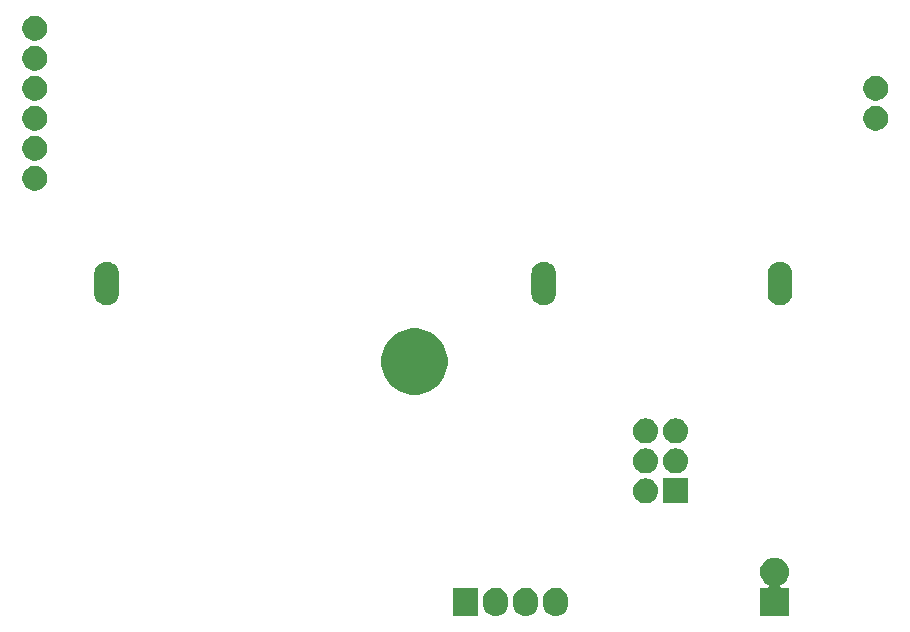
<source format=gbs>
G04 #@! TF.GenerationSoftware,KiCad,Pcbnew,(6.0.0-rc1-dev-199-g6b039bc99)*
G04 #@! TF.CreationDate,2018-12-03T23:01:25+01:00*
G04 #@! TF.ProjectId,Ali-FM,416C692D464D2E6B696361645F706362,rev?*
G04 #@! TF.SameCoordinates,Original*
G04 #@! TF.FileFunction,Soldermask,Bot*
G04 #@! TF.FilePolarity,Negative*
%FSLAX46Y46*%
G04 Gerber Fmt 4.6, Leading zero omitted, Abs format (unit mm)*
G04 Created by KiCad (PCBNEW (6.0.0-rc1-dev-199-g6b039bc99)) date Mon Dec  3 23:01:25 2018*
%MOMM*%
%LPD*%
G01*
G04 APERTURE LIST*
%ADD10C,0.100000*%
G04 APERTURE END LIST*
D10*
G36*
X47706502Y3740611D02*
X47906990Y3679793D01*
X48091759Y3581033D01*
X48091762Y3581031D01*
X48091763Y3581030D01*
X48253718Y3448118D01*
X48253719Y3448116D01*
X48253721Y3448115D01*
X48386631Y3286164D01*
X48485393Y3101391D01*
X48546211Y2900903D01*
X48561600Y2744651D01*
X48561600Y2335350D01*
X48546211Y2179098D01*
X48485393Y1978610D01*
X48386633Y1793841D01*
X48386631Y1793838D01*
X48386630Y1793837D01*
X48253718Y1631882D01*
X48253716Y1631881D01*
X48253715Y1631879D01*
X48091764Y1498969D01*
X47906991Y1400207D01*
X47706503Y1339389D01*
X47498000Y1318854D01*
X47289498Y1339389D01*
X47089010Y1400207D01*
X46904237Y1498969D01*
X46742283Y1631882D01*
X46609372Y1793835D01*
X46609370Y1793837D01*
X46510607Y1978609D01*
X46491289Y2042292D01*
X46449789Y2179097D01*
X46434400Y2335349D01*
X46434400Y2744650D01*
X46449789Y2900902D01*
X46510607Y3101390D01*
X46609367Y3286159D01*
X46742280Y3448115D01*
X46742282Y3448118D01*
X46742284Y3448119D01*
X46742285Y3448121D01*
X46904236Y3581031D01*
X47089009Y3679793D01*
X47289497Y3740611D01*
X47498000Y3761146D01*
X47706502Y3740611D01*
X47706502Y3740611D01*
G37*
G36*
X42626502Y3740611D02*
X42826990Y3679793D01*
X43011759Y3581033D01*
X43011762Y3581031D01*
X43011763Y3581030D01*
X43173718Y3448118D01*
X43173719Y3448116D01*
X43173721Y3448115D01*
X43306631Y3286164D01*
X43405393Y3101391D01*
X43466211Y2900903D01*
X43481600Y2744651D01*
X43481600Y2335350D01*
X43466211Y2179098D01*
X43405393Y1978610D01*
X43306633Y1793841D01*
X43306631Y1793838D01*
X43306630Y1793837D01*
X43173718Y1631882D01*
X43173716Y1631881D01*
X43173715Y1631879D01*
X43011764Y1498969D01*
X42826991Y1400207D01*
X42626503Y1339389D01*
X42418000Y1318854D01*
X42209498Y1339389D01*
X42009010Y1400207D01*
X41824237Y1498969D01*
X41662283Y1631882D01*
X41529372Y1793835D01*
X41529370Y1793837D01*
X41430607Y1978609D01*
X41411289Y2042292D01*
X41369789Y2179097D01*
X41354400Y2335349D01*
X41354400Y2744650D01*
X41369789Y2900902D01*
X41430607Y3101390D01*
X41529367Y3286159D01*
X41662280Y3448115D01*
X41662282Y3448118D01*
X41662284Y3448119D01*
X41662285Y3448121D01*
X41824236Y3581031D01*
X42009009Y3679793D01*
X42209497Y3740611D01*
X42418000Y3761146D01*
X42626502Y3740611D01*
X42626502Y3740611D01*
G37*
G36*
X45166502Y3740611D02*
X45366990Y3679793D01*
X45551759Y3581033D01*
X45551762Y3581031D01*
X45551763Y3581030D01*
X45713718Y3448118D01*
X45713719Y3448116D01*
X45713721Y3448115D01*
X45846631Y3286164D01*
X45945393Y3101391D01*
X46006211Y2900903D01*
X46021600Y2744651D01*
X46021600Y2335350D01*
X46006211Y2179098D01*
X45945393Y1978610D01*
X45846633Y1793841D01*
X45846631Y1793838D01*
X45846630Y1793837D01*
X45713718Y1631882D01*
X45713716Y1631881D01*
X45713715Y1631879D01*
X45551764Y1498969D01*
X45366991Y1400207D01*
X45166503Y1339389D01*
X44958000Y1318854D01*
X44749498Y1339389D01*
X44549010Y1400207D01*
X44364237Y1498969D01*
X44202283Y1631882D01*
X44069372Y1793835D01*
X44069370Y1793837D01*
X43970607Y1978609D01*
X43951289Y2042292D01*
X43909789Y2179097D01*
X43894400Y2335349D01*
X43894400Y2744650D01*
X43909789Y2900902D01*
X43970607Y3101390D01*
X44069367Y3286159D01*
X44202280Y3448115D01*
X44202282Y3448118D01*
X44202284Y3448119D01*
X44202285Y3448121D01*
X44364236Y3581031D01*
X44549009Y3679793D01*
X44749497Y3740611D01*
X44958000Y3761146D01*
X45166502Y3740611D01*
X45166502Y3740611D01*
G37*
G36*
X40941600Y1324000D02*
X38814400Y1324000D01*
X38814400Y3756000D01*
X40941600Y3756000D01*
X40941600Y1324000D01*
X40941600Y1324000D01*
G37*
G36*
X66159281Y6290135D02*
X66278378Y6278405D01*
X66431189Y6232050D01*
X66507595Y6208873D01*
X66564052Y6178696D01*
X66718842Y6095959D01*
X66904002Y5944002D01*
X67055959Y5758842D01*
X67138696Y5604052D01*
X67168873Y5547595D01*
X67168873Y5547594D01*
X67238405Y5318378D01*
X67261883Y5080000D01*
X67238405Y4841622D01*
X67192050Y4688811D01*
X67168873Y4612405D01*
X67138696Y4555948D01*
X67055959Y4401158D01*
X66904002Y4215998D01*
X66718842Y4064041D01*
X66582640Y3991240D01*
X66562266Y3977626D01*
X66544939Y3960299D01*
X66531325Y3939924D01*
X66521947Y3917285D01*
X66517167Y3893252D01*
X66517167Y3868748D01*
X66521948Y3844714D01*
X66531325Y3822075D01*
X66544939Y3801701D01*
X66562266Y3784374D01*
X66582641Y3770760D01*
X66605280Y3761382D01*
X66641565Y3756000D01*
X67256000Y3756000D01*
X67256000Y1324000D01*
X64824000Y1324000D01*
X64824000Y3756000D01*
X65438435Y3756000D01*
X65462821Y3758402D01*
X65486270Y3765515D01*
X65507881Y3777066D01*
X65526823Y3792612D01*
X65542369Y3811554D01*
X65553920Y3833165D01*
X65561033Y3856614D01*
X65563435Y3881000D01*
X65561033Y3905386D01*
X65553920Y3928835D01*
X65542369Y3950446D01*
X65526823Y3969388D01*
X65497360Y3991240D01*
X65361158Y4064041D01*
X65175998Y4215998D01*
X65024041Y4401158D01*
X64941304Y4555948D01*
X64911127Y4612405D01*
X64887950Y4688811D01*
X64841595Y4841622D01*
X64818117Y5080000D01*
X64841595Y5318378D01*
X64911127Y5547594D01*
X64911127Y5547595D01*
X64941304Y5604052D01*
X65024041Y5758842D01*
X65175998Y5944002D01*
X65361158Y6095959D01*
X65515948Y6178696D01*
X65572405Y6208873D01*
X65648811Y6232050D01*
X65801622Y6278405D01*
X65920719Y6290135D01*
X65980267Y6296000D01*
X66099733Y6296000D01*
X66159281Y6290135D01*
X66159281Y6290135D01*
G37*
G36*
X55326503Y12986211D02*
X55526991Y12925393D01*
X55711764Y12826631D01*
X55873718Y12693718D01*
X56006631Y12531764D01*
X56105393Y12346991D01*
X56166211Y12146503D01*
X56186746Y11938000D01*
X56166211Y11729497D01*
X56105393Y11529009D01*
X56006631Y11344236D01*
X55873718Y11182282D01*
X55711764Y11049369D01*
X55526991Y10950607D01*
X55326503Y10889789D01*
X55170251Y10874400D01*
X55065749Y10874400D01*
X54909497Y10889789D01*
X54709009Y10950607D01*
X54524236Y11049369D01*
X54362282Y11182282D01*
X54229369Y11344236D01*
X54130607Y11529009D01*
X54069789Y11729497D01*
X54049254Y11938000D01*
X54069789Y12146503D01*
X54130607Y12346991D01*
X54229369Y12531764D01*
X54362282Y12693718D01*
X54524236Y12826631D01*
X54709009Y12925393D01*
X54909497Y12986211D01*
X55065749Y13001600D01*
X55170251Y13001600D01*
X55326503Y12986211D01*
X55326503Y12986211D01*
G37*
G36*
X58721600Y10874400D02*
X56594400Y10874400D01*
X56594400Y13001600D01*
X58721600Y13001600D01*
X58721600Y10874400D01*
X58721600Y10874400D01*
G37*
G36*
X55326503Y15526211D02*
X55526991Y15465393D01*
X55711764Y15366631D01*
X55873718Y15233718D01*
X56006631Y15071764D01*
X56105393Y14886991D01*
X56166211Y14686503D01*
X56186746Y14478000D01*
X56166211Y14269497D01*
X56105393Y14069009D01*
X56006631Y13884236D01*
X55873718Y13722282D01*
X55711764Y13589369D01*
X55526991Y13490607D01*
X55326503Y13429789D01*
X55170251Y13414400D01*
X55065749Y13414400D01*
X54909497Y13429789D01*
X54709009Y13490607D01*
X54524236Y13589369D01*
X54362282Y13722282D01*
X54229369Y13884236D01*
X54130607Y14069009D01*
X54069789Y14269497D01*
X54049254Y14478000D01*
X54069789Y14686503D01*
X54130607Y14886991D01*
X54229369Y15071764D01*
X54362282Y15233718D01*
X54524236Y15366631D01*
X54709009Y15465393D01*
X54909497Y15526211D01*
X55065749Y15541600D01*
X55170251Y15541600D01*
X55326503Y15526211D01*
X55326503Y15526211D01*
G37*
G36*
X57866503Y15526211D02*
X58066991Y15465393D01*
X58251764Y15366631D01*
X58413718Y15233718D01*
X58546631Y15071764D01*
X58645393Y14886991D01*
X58706211Y14686503D01*
X58726746Y14478000D01*
X58706211Y14269497D01*
X58645393Y14069009D01*
X58546631Y13884236D01*
X58413718Y13722282D01*
X58251764Y13589369D01*
X58066991Y13490607D01*
X57866503Y13429789D01*
X57710251Y13414400D01*
X57605749Y13414400D01*
X57449497Y13429789D01*
X57249009Y13490607D01*
X57064236Y13589369D01*
X56902282Y13722282D01*
X56769369Y13884236D01*
X56670607Y14069009D01*
X56609789Y14269497D01*
X56589254Y14478000D01*
X56609789Y14686503D01*
X56670607Y14886991D01*
X56769369Y15071764D01*
X56902282Y15233718D01*
X57064236Y15366631D01*
X57249009Y15465393D01*
X57449497Y15526211D01*
X57605749Y15541600D01*
X57710251Y15541600D01*
X57866503Y15526211D01*
X57866503Y15526211D01*
G37*
G36*
X57866503Y18066211D02*
X58066991Y18005393D01*
X58251764Y17906631D01*
X58413718Y17773718D01*
X58546631Y17611764D01*
X58645393Y17426991D01*
X58706211Y17226503D01*
X58726746Y17018000D01*
X58706211Y16809497D01*
X58645393Y16609009D01*
X58546631Y16424236D01*
X58413718Y16262282D01*
X58251764Y16129369D01*
X58066991Y16030607D01*
X57866503Y15969789D01*
X57710251Y15954400D01*
X57605749Y15954400D01*
X57449497Y15969789D01*
X57249009Y16030607D01*
X57064236Y16129369D01*
X56902282Y16262282D01*
X56769369Y16424236D01*
X56670607Y16609009D01*
X56609789Y16809497D01*
X56589254Y17018000D01*
X56609789Y17226503D01*
X56670607Y17426991D01*
X56769369Y17611764D01*
X56902282Y17773718D01*
X57064236Y17906631D01*
X57249009Y18005393D01*
X57449497Y18066211D01*
X57605749Y18081600D01*
X57710251Y18081600D01*
X57866503Y18066211D01*
X57866503Y18066211D01*
G37*
G36*
X55326503Y18066211D02*
X55526991Y18005393D01*
X55711764Y17906631D01*
X55873718Y17773718D01*
X56006631Y17611764D01*
X56105393Y17426991D01*
X56166211Y17226503D01*
X56186746Y17018000D01*
X56166211Y16809497D01*
X56105393Y16609009D01*
X56006631Y16424236D01*
X55873718Y16262282D01*
X55711764Y16129369D01*
X55526991Y16030607D01*
X55326503Y15969789D01*
X55170251Y15954400D01*
X55065749Y15954400D01*
X54909497Y15969789D01*
X54709009Y16030607D01*
X54524236Y16129369D01*
X54362282Y16262282D01*
X54229369Y16424236D01*
X54130607Y16609009D01*
X54069789Y16809497D01*
X54049254Y17018000D01*
X54069789Y17226503D01*
X54130607Y17426991D01*
X54229369Y17611764D01*
X54362282Y17773718D01*
X54524236Y17906631D01*
X54709009Y18005393D01*
X54909497Y18066211D01*
X55065749Y18081600D01*
X55170251Y18081600D01*
X55326503Y18066211D01*
X55326503Y18066211D01*
G37*
G36*
X36106253Y25638199D02*
X36376730Y25584398D01*
X36587799Y25496970D01*
X36886296Y25373329D01*
X37344899Y25066900D01*
X37734900Y24676899D01*
X38041329Y24218296D01*
X38252398Y23708729D01*
X38360000Y23167777D01*
X38360000Y22616223D01*
X38252398Y22075271D01*
X38041329Y21565704D01*
X37734900Y21107101D01*
X37344899Y20717100D01*
X36886296Y20410671D01*
X36587799Y20287030D01*
X36376730Y20199602D01*
X36106253Y20145801D01*
X35835777Y20092000D01*
X35284223Y20092000D01*
X35013747Y20145801D01*
X34743270Y20199602D01*
X34532201Y20287030D01*
X34233704Y20410671D01*
X33775101Y20717100D01*
X33385100Y21107101D01*
X33078671Y21565704D01*
X32867602Y22075271D01*
X32760000Y22616223D01*
X32760000Y23167777D01*
X32867602Y23708729D01*
X33078671Y24218296D01*
X33385100Y24676899D01*
X33775101Y25066900D01*
X34233704Y25373329D01*
X34532201Y25496970D01*
X34743270Y25584398D01*
X35013747Y25638199D01*
X35284223Y25692000D01*
X35835777Y25692000D01*
X36106253Y25638199D01*
X36106253Y25638199D01*
G37*
G36*
X9705836Y31334807D02*
X9837787Y31294780D01*
X9903763Y31274767D01*
X10086172Y31177267D01*
X10246054Y31046054D01*
X10377267Y30886172D01*
X10474767Y30703763D01*
X10474767Y30703762D01*
X10534807Y30505836D01*
X10550000Y30351578D01*
X10550000Y28648422D01*
X10534807Y28494164D01*
X10494780Y28362213D01*
X10474767Y28296237D01*
X10377267Y28113828D01*
X10249337Y27957946D01*
X10246054Y27953946D01*
X10086171Y27822733D01*
X9967300Y27759195D01*
X9903762Y27725233D01*
X9837786Y27705220D01*
X9705835Y27665193D01*
X9500000Y27644920D01*
X9294164Y27665193D01*
X9162213Y27705220D01*
X9096237Y27725233D01*
X8913828Y27822733D01*
X8753946Y27953946D01*
X8750663Y27957946D01*
X8622733Y28113829D01*
X8525234Y28296237D01*
X8525233Y28296238D01*
X8505220Y28362214D01*
X8465193Y28494165D01*
X8450000Y28648423D01*
X8450000Y30351578D01*
X8450394Y30355580D01*
X8465193Y30505832D01*
X8466407Y30509834D01*
X8525234Y30703762D01*
X8527373Y30707764D01*
X8622734Y30886172D01*
X8753947Y31046054D01*
X8913829Y31177267D01*
X9096238Y31274767D01*
X9162214Y31294780D01*
X9294165Y31334807D01*
X9500000Y31355080D01*
X9705836Y31334807D01*
X9705836Y31334807D01*
G37*
G36*
X46705836Y31334807D02*
X46837787Y31294780D01*
X46903763Y31274767D01*
X47086172Y31177267D01*
X47246054Y31046054D01*
X47377267Y30886172D01*
X47474767Y30703763D01*
X47474767Y30703762D01*
X47534807Y30505836D01*
X47550000Y30351578D01*
X47550000Y28648422D01*
X47534807Y28494164D01*
X47494780Y28362213D01*
X47474767Y28296237D01*
X47377267Y28113828D01*
X47249337Y27957946D01*
X47246054Y27953946D01*
X47086171Y27822733D01*
X46967300Y27759195D01*
X46903762Y27725233D01*
X46837786Y27705220D01*
X46705835Y27665193D01*
X46500000Y27644920D01*
X46294164Y27665193D01*
X46162213Y27705220D01*
X46096237Y27725233D01*
X45913828Y27822733D01*
X45753946Y27953946D01*
X45750663Y27957946D01*
X45622733Y28113829D01*
X45525234Y28296237D01*
X45525233Y28296238D01*
X45505220Y28362214D01*
X45465193Y28494165D01*
X45450000Y28648423D01*
X45450000Y30351578D01*
X45450394Y30355580D01*
X45465193Y30505832D01*
X45466407Y30509834D01*
X45525234Y30703762D01*
X45527373Y30707764D01*
X45622734Y30886172D01*
X45753947Y31046054D01*
X45913829Y31177267D01*
X46096238Y31274767D01*
X46162214Y31294780D01*
X46294165Y31334807D01*
X46500000Y31355080D01*
X46705836Y31334807D01*
X46705836Y31334807D01*
G37*
G36*
X66705836Y31338807D02*
X66837787Y31298780D01*
X66903763Y31278767D01*
X67086172Y31181267D01*
X67246054Y31050054D01*
X67377267Y30890172D01*
X67474767Y30707763D01*
X67494780Y30641787D01*
X67534807Y30509836D01*
X67550000Y30355578D01*
X67550000Y28652422D01*
X67534807Y28498164D01*
X67494780Y28366213D01*
X67474767Y28300237D01*
X67377267Y28117828D01*
X67246054Y27957946D01*
X67086171Y27826733D01*
X66967300Y27763195D01*
X66903762Y27729233D01*
X66837786Y27709220D01*
X66705835Y27669193D01*
X66500000Y27648920D01*
X66294164Y27669193D01*
X66162213Y27709220D01*
X66096237Y27729233D01*
X65913828Y27826733D01*
X65753946Y27957946D01*
X65622733Y28117829D01*
X65527372Y28296237D01*
X65525233Y28300238D01*
X65466407Y28494164D01*
X65465193Y28498165D01*
X65450000Y28652423D01*
X65450000Y30355580D01*
X65465193Y30509832D01*
X65524021Y30703763D01*
X65525234Y30707762D01*
X65525235Y30707764D01*
X65622734Y30890172D01*
X65753947Y31050054D01*
X65913829Y31181267D01*
X66096238Y31278767D01*
X66162214Y31298780D01*
X66294165Y31338807D01*
X66500000Y31359080D01*
X66705836Y31338807D01*
X66705836Y31338807D01*
G37*
G36*
X3525888Y39455530D02*
X3706274Y39419650D01*
X3897362Y39340498D01*
X4069336Y39225589D01*
X4215589Y39079336D01*
X4330498Y38907362D01*
X4409650Y38716274D01*
X4450000Y38513416D01*
X4450000Y38306584D01*
X4409650Y38103726D01*
X4330498Y37912638D01*
X4215589Y37740664D01*
X4069336Y37594411D01*
X3897362Y37479502D01*
X3706274Y37400350D01*
X3525888Y37364470D01*
X3503417Y37360000D01*
X3296583Y37360000D01*
X3274112Y37364470D01*
X3093726Y37400350D01*
X2902638Y37479502D01*
X2730664Y37594411D01*
X2584411Y37740664D01*
X2469502Y37912638D01*
X2390350Y38103726D01*
X2350000Y38306584D01*
X2350000Y38513416D01*
X2390350Y38716274D01*
X2469502Y38907362D01*
X2584411Y39079336D01*
X2730664Y39225589D01*
X2902638Y39340498D01*
X3093726Y39419650D01*
X3274112Y39455530D01*
X3296583Y39460000D01*
X3503417Y39460000D01*
X3525888Y39455530D01*
X3525888Y39455530D01*
G37*
G36*
X3525888Y41995530D02*
X3706274Y41959650D01*
X3897362Y41880498D01*
X4069336Y41765589D01*
X4215589Y41619336D01*
X4330498Y41447362D01*
X4409650Y41256274D01*
X4450000Y41053416D01*
X4450000Y40846584D01*
X4409650Y40643726D01*
X4330498Y40452638D01*
X4215589Y40280664D01*
X4069336Y40134411D01*
X3897362Y40019502D01*
X3706274Y39940350D01*
X3525888Y39904470D01*
X3503417Y39900000D01*
X3296583Y39900000D01*
X3274112Y39904470D01*
X3093726Y39940350D01*
X2902638Y40019502D01*
X2730664Y40134411D01*
X2584411Y40280664D01*
X2469502Y40452638D01*
X2390350Y40643726D01*
X2350000Y40846584D01*
X2350000Y41053416D01*
X2390350Y41256274D01*
X2469502Y41447362D01*
X2584411Y41619336D01*
X2730664Y41765589D01*
X2902638Y41880498D01*
X3093726Y41959650D01*
X3274112Y41995530D01*
X3296583Y42000000D01*
X3503417Y42000000D01*
X3525888Y41995530D01*
X3525888Y41995530D01*
G37*
G36*
X74725888Y44535530D02*
X74906274Y44499650D01*
X75097362Y44420498D01*
X75269336Y44305589D01*
X75415589Y44159336D01*
X75530498Y43987362D01*
X75609650Y43796274D01*
X75650000Y43593416D01*
X75650000Y43386584D01*
X75609650Y43183726D01*
X75530498Y42992638D01*
X75415589Y42820664D01*
X75269336Y42674411D01*
X75097362Y42559502D01*
X74906274Y42480350D01*
X74725888Y42444470D01*
X74703417Y42440000D01*
X74496583Y42440000D01*
X74474112Y42444470D01*
X74293726Y42480350D01*
X74102638Y42559502D01*
X73930664Y42674411D01*
X73784411Y42820664D01*
X73669502Y42992638D01*
X73590350Y43183726D01*
X73550000Y43386584D01*
X73550000Y43593416D01*
X73590350Y43796274D01*
X73669502Y43987362D01*
X73784411Y44159336D01*
X73930664Y44305589D01*
X74102638Y44420498D01*
X74293726Y44499650D01*
X74474112Y44535530D01*
X74496583Y44540000D01*
X74703417Y44540000D01*
X74725888Y44535530D01*
X74725888Y44535530D01*
G37*
G36*
X3525888Y44535530D02*
X3706274Y44499650D01*
X3897362Y44420498D01*
X4069336Y44305589D01*
X4215589Y44159336D01*
X4330498Y43987362D01*
X4409650Y43796274D01*
X4450000Y43593416D01*
X4450000Y43386584D01*
X4409650Y43183726D01*
X4330498Y42992638D01*
X4215589Y42820664D01*
X4069336Y42674411D01*
X3897362Y42559502D01*
X3706274Y42480350D01*
X3525888Y42444470D01*
X3503417Y42440000D01*
X3296583Y42440000D01*
X3274112Y42444470D01*
X3093726Y42480350D01*
X2902638Y42559502D01*
X2730664Y42674411D01*
X2584411Y42820664D01*
X2469502Y42992638D01*
X2390350Y43183726D01*
X2350000Y43386584D01*
X2350000Y43593416D01*
X2390350Y43796274D01*
X2469502Y43987362D01*
X2584411Y44159336D01*
X2730664Y44305589D01*
X2902638Y44420498D01*
X3093726Y44499650D01*
X3274112Y44535530D01*
X3296583Y44540000D01*
X3503417Y44540000D01*
X3525888Y44535530D01*
X3525888Y44535530D01*
G37*
G36*
X74725888Y47075530D02*
X74906274Y47039650D01*
X75097362Y46960498D01*
X75269336Y46845589D01*
X75415589Y46699336D01*
X75530498Y46527362D01*
X75609650Y46336274D01*
X75650000Y46133416D01*
X75650000Y45926584D01*
X75609650Y45723726D01*
X75530498Y45532638D01*
X75415589Y45360664D01*
X75269336Y45214411D01*
X75097362Y45099502D01*
X74906274Y45020350D01*
X74725888Y44984470D01*
X74703417Y44980000D01*
X74496583Y44980000D01*
X74474112Y44984470D01*
X74293726Y45020350D01*
X74102638Y45099502D01*
X73930664Y45214411D01*
X73784411Y45360664D01*
X73669502Y45532638D01*
X73590350Y45723726D01*
X73550000Y45926584D01*
X73550000Y46133416D01*
X73590350Y46336274D01*
X73669502Y46527362D01*
X73784411Y46699336D01*
X73930664Y46845589D01*
X74102638Y46960498D01*
X74293726Y47039650D01*
X74474112Y47075530D01*
X74496583Y47080000D01*
X74703417Y47080000D01*
X74725888Y47075530D01*
X74725888Y47075530D01*
G37*
G36*
X3525888Y47075530D02*
X3706274Y47039650D01*
X3897362Y46960498D01*
X4069336Y46845589D01*
X4215589Y46699336D01*
X4330498Y46527362D01*
X4409650Y46336274D01*
X4450000Y46133416D01*
X4450000Y45926584D01*
X4409650Y45723726D01*
X4330498Y45532638D01*
X4215589Y45360664D01*
X4069336Y45214411D01*
X3897362Y45099502D01*
X3706274Y45020350D01*
X3525888Y44984470D01*
X3503417Y44980000D01*
X3296583Y44980000D01*
X3274112Y44984470D01*
X3093726Y45020350D01*
X2902638Y45099502D01*
X2730664Y45214411D01*
X2584411Y45360664D01*
X2469502Y45532638D01*
X2390350Y45723726D01*
X2350000Y45926584D01*
X2350000Y46133416D01*
X2390350Y46336274D01*
X2469502Y46527362D01*
X2584411Y46699336D01*
X2730664Y46845589D01*
X2902638Y46960498D01*
X3093726Y47039650D01*
X3274112Y47075530D01*
X3296583Y47080000D01*
X3503417Y47080000D01*
X3525888Y47075530D01*
X3525888Y47075530D01*
G37*
G36*
X3525888Y49615530D02*
X3706274Y49579650D01*
X3897362Y49500498D01*
X4069336Y49385589D01*
X4215589Y49239336D01*
X4330498Y49067362D01*
X4409650Y48876274D01*
X4450000Y48673416D01*
X4450000Y48466584D01*
X4409650Y48263726D01*
X4330498Y48072638D01*
X4215589Y47900664D01*
X4069336Y47754411D01*
X3897362Y47639502D01*
X3706274Y47560350D01*
X3525888Y47524470D01*
X3503417Y47520000D01*
X3296583Y47520000D01*
X3274112Y47524470D01*
X3093726Y47560350D01*
X2902638Y47639502D01*
X2730664Y47754411D01*
X2584411Y47900664D01*
X2469502Y48072638D01*
X2390350Y48263726D01*
X2350000Y48466584D01*
X2350000Y48673416D01*
X2390350Y48876274D01*
X2469502Y49067362D01*
X2584411Y49239336D01*
X2730664Y49385589D01*
X2902638Y49500498D01*
X3093726Y49579650D01*
X3274112Y49615530D01*
X3296583Y49620000D01*
X3503417Y49620000D01*
X3525888Y49615530D01*
X3525888Y49615530D01*
G37*
G36*
X3525888Y52155530D02*
X3706274Y52119650D01*
X3897362Y52040498D01*
X4069336Y51925589D01*
X4215589Y51779336D01*
X4330498Y51607362D01*
X4409650Y51416274D01*
X4450000Y51213416D01*
X4450000Y51006584D01*
X4409650Y50803726D01*
X4330498Y50612638D01*
X4215589Y50440664D01*
X4069336Y50294411D01*
X3897362Y50179502D01*
X3706274Y50100350D01*
X3525888Y50064470D01*
X3503417Y50060000D01*
X3296583Y50060000D01*
X3274112Y50064470D01*
X3093726Y50100350D01*
X2902638Y50179502D01*
X2730664Y50294411D01*
X2584411Y50440664D01*
X2469502Y50612638D01*
X2390350Y50803726D01*
X2350000Y51006584D01*
X2350000Y51213416D01*
X2390350Y51416274D01*
X2469502Y51607362D01*
X2584411Y51779336D01*
X2730664Y51925589D01*
X2902638Y52040498D01*
X3093726Y52119650D01*
X3274112Y52155530D01*
X3296583Y52160000D01*
X3503417Y52160000D01*
X3525888Y52155530D01*
X3525888Y52155530D01*
G37*
M02*

</source>
